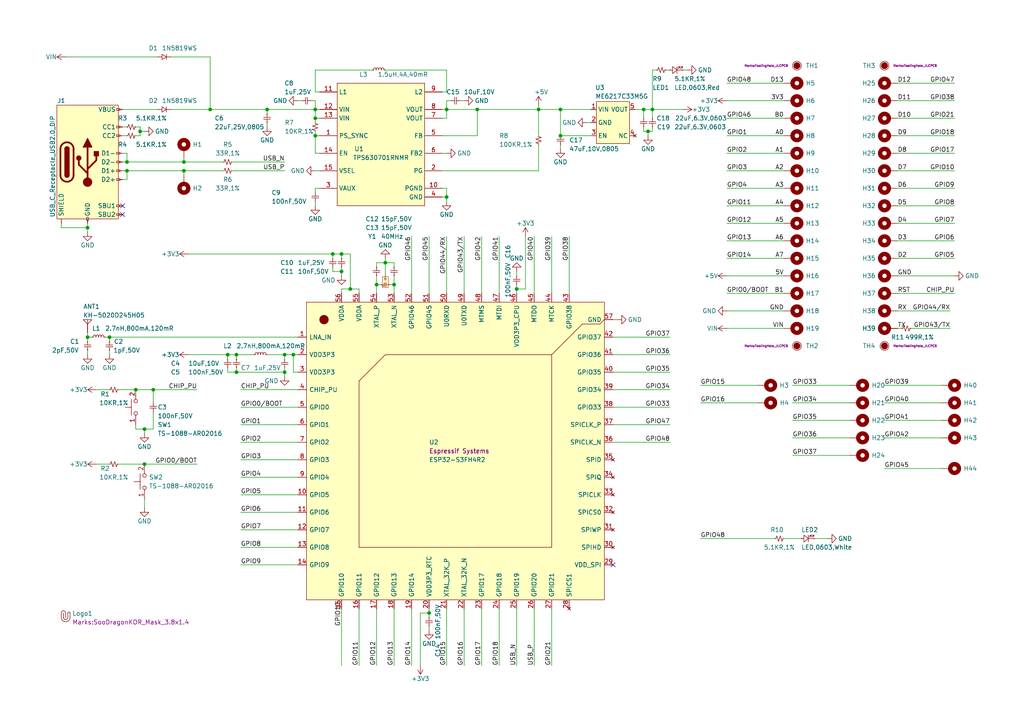
<source format=kicad_sch>
(kicad_sch (version 20250114) (generator "eeschema") (generator_version "9.0")
  (paper "A4")
  (title_block (rev "1") (company "Geekble") (comment 1 "2-Layer, 1-Oz, JLC PCB Fabrication") (comment 4 "SooDragon"))
  (junction (at 53.34 49.53))
  (junction (at 25.4 97.79))
  (junction (at 162.56 31.75))
  (junction (at 124.46 177.8))
  (junction (at 85.09 102.87))
  (junction (at 186.69 31.75))
  (junction (at 99.06 73.66))
  (junction (at 91.44 31.75))
  (junction (at 91.44 39.37))
  (junction (at 149.86 83.82))
  (junction (at 60.96 31.75))
  (junction (at 36.83 49.53))
  (junction (at 111.76 76.2))
  (junction (at 129.54 31.75))
  (junction (at 101.6 83.82))
  (junction (at 162.56 39.37))
  (junction (at 138.43 31.75))
  (junction (at 189.23 31.75))
  (junction (at 68.58 107.95))
  (junction (at 82.55 107.95))
  (junction (at 31.75 97.79))
  (junction (at 96.52 73.66))
  (junction (at 68.58 102.87))
  (junction (at 91.44 34.29))
  (junction (at 77.47 31.75))
  (junction (at 39.37 113.03))
  (junction (at 187.96 38.1))
  (junction (at 40.64 38.1))
  (junction (at 114.3 82.55))
  (junction (at 109.22 82.55))
  (junction (at 82.55 102.87))
  (junction (at 41.91 134.62))
  (junction (at 36.83 46.99))
  (junction (at 99.06 78.74))
  (junction (at 66.04 102.87))
  (junction (at 41.91 124.46))
  (junction (at 44.45 113.03))
  (junction (at 129.54 57.15))
  (junction (at 25.4 66.04))
  (junction (at 53.34 46.99))
  (junction (at 156.21 31.75))
  (no_connect (at 35.56 62.23))
  (no_connect (at 35.56 59.69))
  (no_connect (at 177.8 163.83))
  (wire (pts (xy 139.7 68.58) (xy 139.7 85.09)))
  (wire (pts (xy 99.06 73.66) (xy 96.52 73.66)))
  (wire (pts (xy 121.92 177.8) (xy 124.46 177.8)))
  (wire (pts (xy 25.4 101.6) (xy 25.4 102.87)))
  (wire (pts (xy 165.1 68.58) (xy 165.1 85.09)))
  (wire (pts (xy 66.04 106.68) (xy 66.04 107.95)))
  (wire (pts (xy 30.48 97.79) (xy 31.75 97.79)))
  (wire (pts (xy 152.4 83.82) (xy 149.86 83.82)))
  (wire (pts (xy 66.04 107.95) (xy 68.58 107.95)))
  (wire (pts (xy 91.44 39.37) (xy 91.44 44.45)))
  (wire (pts (xy 187.96 38.1) (xy 186.69 38.1)))
  (wire (pts (xy 104.14 193.04) (xy 104.14 176.53)))
  (wire (pts (xy 276.86 29.21) (xy 260.35 29.21)))
  (wire (pts (xy 119.38 68.58) (xy 119.38 85.09)))
  (wire (pts (xy 194.31 107.95) (xy 177.8 107.95)))
  (wire (pts (xy 25.4 66.04) (xy 17.78 66.04)))
  (wire (pts (xy 156.21 31.75) (xy 156.21 39.37)))
  (wire (pts (xy 162.56 39.37) (xy 171.45 39.37)))
  (wire (pts (xy 67.31 46.99) (xy 82.55 46.99)))
  (wire (pts (xy 129.54 193.04) (xy 129.54 176.53)))
  (wire (pts (xy 149.86 83.82) (xy 149.86 82.55)))
  (wire (pts (xy 124.46 177.8) (xy 124.46 179.07)))
  (wire (pts (xy 99.06 85.09) (xy 99.06 83.82)))
  (wire (pts (xy 25.4 64.77) (xy 25.4 66.04)))
  (wire (pts (xy 129.54 57.15) (xy 129.54 58.42)))
  (wire (pts (xy 189.23 34.29) (xy 189.23 31.75)))
  (wire (pts (xy 44.45 124.46) (xy 44.45 119.38)))
  (wire (pts (xy 67.31 49.53) (xy 82.55 49.53)))
  (wire (pts (xy 82.55 102.87) (xy 85.09 102.87)))
  (wire (pts (xy 227.33 85.09) (xy 210.82 85.09)))
  (wire (pts (xy 121.92 193.04) (xy 121.92 177.8)))
  (wire (pts (xy 53.34 49.53) (xy 64.77 49.53)))
  (wire (pts (xy 36.83 46.99) (xy 53.34 46.99)))
  (wire (pts (xy 114.3 193.04) (xy 114.3 176.53)))
  (wire (pts (xy 53.34 49.53) (xy 53.34 50.8)))
  (wire (pts (xy 109.22 82.55) (xy 109.22 85.09)))
  (wire (pts (xy 193.04 20.32) (xy 194.31 20.32)))
  (wire (pts (xy 227.33 39.37) (xy 210.82 39.37)))
  (wire (pts (xy 69.85 143.51) (xy 86.36 143.51)))
  (wire (pts (xy 109.22 76.2) (xy 109.22 77.47)))
  (wire (pts (xy 69.85 123.19) (xy 86.36 123.19)))
  (wire (pts (xy 130.81 29.21) (xy 129.54 29.21)))
  (wire (pts (xy 149.86 80.01) (xy 149.86 78.74)))
  (wire (pts (xy 210.82 64.77) (xy 227.33 64.77)))
  (wire (pts (xy 194.31 123.19) (xy 177.8 123.19)))
  (wire (pts (xy 54.61 102.87) (xy 66.04 102.87)))
  (wire (pts (xy 25.4 96.52) (xy 25.4 97.79)))
  (wire (pts (xy 39.37 39.37) (xy 40.64 39.37)))
  (wire (pts (xy 194.31 97.79) (xy 177.8 97.79)))
  (wire (pts (xy 82.55 106.68) (xy 82.55 107.95)))
  (wire (pts (xy 60.96 16.51) (xy 60.96 31.75)))
  (wire (pts (xy 260.35 34.29) (xy 276.86 34.29)))
  (wire (pts (xy 229.87 111.76) (xy 246.38 111.76)))
  (wire (pts (xy 35.56 44.45) (xy 36.83 44.45)))
  (wire (pts (xy 99.06 78.74) (xy 99.06 80.01)))
  (wire (pts (xy 114.3 77.47) (xy 114.3 76.2)))
  (wire (pts (xy 240.03 156.21) (xy 236.22 156.21)))
  (wire (pts (xy 91.44 31.75) (xy 92.71 31.75)))
  (wire (pts (xy 36.83 49.53) (xy 36.83 52.07)))
  (wire (pts (xy 138.43 31.75) (xy 156.21 31.75)))
  (wire (pts (xy 91.44 20.32) (xy 91.44 26.67)))
  (wire (pts (xy 124.46 181.61) (xy 124.46 182.88)))
  (wire (pts (xy 154.94 176.53) (xy 154.94 193.04)))
  (wire (pts (xy 91.44 34.29) (xy 92.71 34.29)))
  (wire (pts (xy 49.53 16.51) (xy 60.96 16.51)))
  (wire (pts (xy 77.47 31.75) (xy 91.44 31.75)))
  (wire (pts (xy 39.37 113.03) (xy 44.45 113.03)))
  (wire (pts (xy 77.47 102.87) (xy 82.55 102.87)))
  (wire (pts (xy 190.5 20.32) (xy 189.23 20.32)))
  (wire (pts (xy 40.64 38.1) (xy 40.64 36.83)))
  (wire (pts (xy 66.04 104.14) (xy 66.04 102.87)))
  (wire (pts (xy 25.4 97.79) (xy 25.4 99.06)))
  (wire (pts (xy 69.85 128.27) (xy 86.36 128.27)))
  (wire (pts (xy 114.3 82.55) (xy 114.3 85.09)))
  (wire (pts (xy 35.56 52.07) (xy 36.83 52.07)))
  (wire (pts (xy 128.27 57.15) (xy 129.54 57.15)))
  (wire (pts (xy 139.7 193.04) (xy 139.7 176.53)))
  (wire (pts (xy 189.23 31.75) (xy 198.12 31.75)))
  (wire (pts (xy 77.47 35.56) (xy 77.47 36.83)))
  (wire (pts (xy 162.56 31.75) (xy 171.45 31.75)))
  (wire (pts (xy 256.54 116.84) (xy 273.05 116.84)))
  (wire (pts (xy 186.69 31.75) (xy 186.69 34.29)))
  (wire (pts (xy 41.91 124.46) (xy 41.91 125.73)))
  (wire (pts (xy 85.09 107.95) (xy 85.09 102.87)))
  (wire (pts (xy 210.82 59.69) (xy 227.33 59.69)))
  (wire (pts (xy 276.86 44.45) (xy 260.35 44.45)))
  (wire (pts (xy 60.96 31.75) (xy 77.47 31.75)))
  (wire (pts (xy 90.17 29.21) (xy 91.44 29.21)))
  (wire (pts (xy 34.29 134.62) (xy 41.91 134.62)))
  (wire (pts (xy 27.94 134.62) (xy 31.75 134.62)))
  (wire (pts (xy 162.56 39.37) (xy 162.56 31.75)))
  (wire (pts (xy 54.61 73.66) (xy 96.52 73.66)))
  (wire (pts (xy 99.06 77.47) (xy 99.06 78.74)))
  (wire (pts (xy 227.33 44.45) (xy 210.82 44.45)))
  (wire (pts (xy 69.85 148.59) (xy 86.36 148.59)))
  (wire (pts (xy 128.27 44.45) (xy 129.54 44.45)))
  (wire (pts (xy 101.6 83.82) (xy 104.14 83.82)))
  (wire (pts (xy 96.52 77.47) (xy 96.52 78.74)))
  (wire (pts (xy 229.87 127) (xy 246.38 127)))
  (wire (pts (xy 109.22 80.01) (xy 109.22 82.55)))
  (wire (pts (xy 34.29 113.03) (xy 39.37 113.03)))
  (wire (pts (xy 39.37 124.46) (xy 41.91 124.46)))
  (wire (pts (xy 69.85 138.43) (xy 86.36 138.43)))
  (wire (pts (xy 184.15 31.75) (xy 186.69 31.75)))
  (wire (pts (xy 41.91 134.62) (xy 57.15 134.62)))
  (wire (pts (xy 114.3 76.2) (xy 111.76 76.2)))
  (wire (pts (xy 53.34 45.72) (xy 53.34 46.99)))
  (wire (pts (xy 49.53 31.75) (xy 60.96 31.75)))
  (wire (pts (xy 260.35 95.25) (xy 261.62 95.25)))
  (wire (pts (xy 114.3 80.01) (xy 114.3 82.55)))
  (wire (pts (xy 156.21 30.48) (xy 156.21 31.75)))
  (wire (pts (xy 27.94 113.03) (xy 31.75 113.03)))
  (wire (pts (xy 256.54 135.89) (xy 273.05 135.89)))
  (wire (pts (xy 104.14 83.82) (xy 104.14 85.09)))
  (wire (pts (xy 160.02 68.58) (xy 160.02 85.09)))
  (wire (pts (xy 194.31 113.03) (xy 177.8 113.03)))
  (wire (pts (xy 35.56 31.75) (xy 45.72 31.75)))
  (wire (pts (xy 276.86 39.37) (xy 260.35 39.37)))
  (wire (pts (xy 41.91 124.46) (xy 44.45 124.46)))
  (wire (pts (xy 44.45 113.03) (xy 44.45 116.84)))
  (wire (pts (xy 128.27 39.37) (xy 138.43 39.37)))
  (wire (pts (xy 99.06 73.66) (xy 101.6 73.66)))
  (wire (pts (xy 194.31 128.27) (xy 177.8 128.27)))
  (wire (pts (xy 69.85 163.83) (xy 86.36 163.83)))
  (wire (pts (xy 149.86 85.09) (xy 149.86 83.82)))
  (wire (pts (xy 91.44 26.67) (xy 92.71 26.67)))
  (wire (pts (xy 109.22 193.04) (xy 109.22 176.53)))
  (wire (pts (xy 99.06 193.04) (xy 99.06 176.53)))
  (wire (pts (xy 128.27 31.75) (xy 129.54 31.75)))
  (wire (pts (xy 99.06 83.82) (xy 101.6 83.82)))
  (wire (pts (xy 91.44 44.45) (xy 92.71 44.45)))
  (wire (pts (xy 227.33 80.01) (xy 210.82 80.01)))
  (wire (pts (xy 31.75 102.87) (xy 31.75 101.6)))
  (wire (pts (xy 35.56 49.53) (xy 36.83 49.53)))
  (wire (pts (xy 99.06 73.66) (xy 99.06 74.93)))
  (wire (pts (xy 35.56 36.83) (xy 36.83 36.83)))
  (wire (pts (xy 156.21 49.53) (xy 156.21 41.91)))
  (wire (pts (xy 227.33 54.61) (xy 210.82 54.61)))
  (wire (pts (xy 210.82 74.93) (xy 227.33 74.93)))
  (wire (pts (xy 91.44 39.37) (xy 92.71 39.37)))
  (wire (pts (xy 82.55 107.95) (xy 82.55 109.22)))
  (wire (pts (xy 96.52 78.74) (xy 99.06 78.74)))
  (wire (pts (xy 256.54 127) (xy 273.05 127)))
  (wire (pts (xy 86.36 29.21) (xy 87.63 29.21)))
  (wire (pts (xy 69.85 118.11) (xy 86.36 118.11)))
  (wire (pts (xy 91.44 38.1) (xy 91.44 39.37)))
  (wire (pts (xy 113.03 82.55) (xy 114.3 82.55)))
  (wire (pts (xy 31.75 97.79) (xy 86.36 97.79)))
  (wire (pts (xy 96.52 73.66) (xy 96.52 74.93)))
  (wire (pts (xy 91.44 34.29) (xy 91.44 35.56)))
  (wire (pts (xy 138.43 31.75) (xy 138.43 39.37)))
  (wire (pts (xy 232.41 156.21) (xy 227.33 156.21)))
  (wire (pts (xy 203.2 156.21) (xy 224.79 156.21)))
  (wire (pts (xy 210.82 69.85) (xy 227.33 69.85)))
  (wire (pts (xy 276.86 74.93) (xy 260.35 74.93)))
  (wire (pts (xy 276.86 54.61) (xy 260.35 54.61)))
  (wire (pts (xy 91.44 55.88) (xy 91.44 54.61)))
  (wire (pts (xy 69.85 133.35) (xy 86.36 133.35)))
  (wire (pts (xy 256.54 121.92) (xy 273.05 121.92)))
  (wire (pts (xy 210.82 24.13) (xy 227.33 24.13)))
  (wire (pts (xy 110.49 82.55) (xy 109.22 82.55)))
  (wire (pts (xy 129.54 20.32) (xy 129.54 26.67)))
  (wire (pts (xy 149.86 176.53) (xy 149.86 193.04)))
  (wire (pts (xy 124.46 68.58) (xy 124.46 85.09)))
  (wire (pts (xy 194.31 102.87) (xy 177.8 102.87)))
  (wire (pts (xy 156.21 31.75) (xy 162.56 31.75)))
  (wire (pts (xy 119.38 193.04) (xy 119.38 176.53)))
  (wire (pts (xy 91.44 49.53) (xy 92.71 49.53)))
  (wire (pts (xy 91.44 29.21) (xy 91.44 31.75)))
  (wire (pts (xy 134.62 68.58) (xy 134.62 85.09)))
  (wire (pts (xy 203.2 116.84) (xy 219.71 116.84)))
  (wire (pts (xy 229.87 121.92) (xy 246.38 121.92)))
  (wire (pts (xy 276.86 59.69) (xy 260.35 59.69)))
  (wire (pts (xy 35.56 46.99) (xy 36.83 46.99)))
  (wire (pts (xy 111.76 20.32) (xy 129.54 20.32)))
  (wire (pts (xy 129.54 29.21) (xy 129.54 31.75)))
  (wire (pts (xy 256.54 111.76) (xy 273.05 111.76)))
  (wire (pts (xy 68.58 106.68) (xy 68.58 107.95)))
  (wire (pts (xy 91.44 34.29) (xy 91.44 31.75)))
  (wire (pts (xy 144.78 68.58) (xy 144.78 85.09)))
  (wire (pts (xy 133.35 29.21) (xy 134.62 29.21)))
  (wire (pts (xy 128.27 54.61) (xy 129.54 54.61)))
  (wire (pts (xy 144.78 193.04) (xy 144.78 176.53)))
  (wire (pts (xy 69.85 153.67) (xy 86.36 153.67)))
  (wire (pts (xy 91.44 54.61) (xy 92.71 54.61)))
  (wire (pts (xy 68.58 102.87) (xy 68.58 104.14)))
  (wire (pts (xy 107.95 20.32) (xy 91.44 20.32)))
  (wire (pts (xy 227.33 90.17) (xy 210.82 90.17)))
  (wire (pts (xy 36.83 49.53) (xy 53.34 49.53)))
  (wire (pts (xy 19.05 16.51) (xy 45.72 16.51)))
  (wire (pts (xy 264.16 95.25) (xy 275.59 95.25)))
  (wire (pts (xy 129.54 68.58) (xy 129.54 85.09)))
  (wire (pts (xy 260.35 85.09) (xy 276.86 85.09)))
  (wire (pts (xy 129.54 54.61) (xy 129.54 57.15)))
  (wire (pts (xy 68.58 102.87) (xy 73.66 102.87)))
  (wire (pts (xy 276.86 64.77) (xy 260.35 64.77)))
  (wire (pts (xy 25.4 66.04) (xy 25.4 67.31)))
  (wire (pts (xy 186.69 38.1) (xy 186.69 36.83)))
  (wire (pts (xy 276.86 69.85) (xy 260.35 69.85)))
  (wire (pts (xy 198.12 20.32) (xy 199.39 20.32)))
  (wire (pts (xy 69.85 158.75) (xy 86.36 158.75)))
  (wire (pts (xy 17.78 66.04) (xy 17.78 64.77)))
  (wire (pts (xy 40.64 39.37) (xy 40.64 38.1)))
  (wire (pts (xy 187.96 39.37) (xy 187.96 38.1)))
  (wire (pts (xy 25.4 97.79) (xy 26.67 97.79)))
  (wire (pts (xy 189.23 20.32) (xy 189.23 31.75)))
  (wire (pts (xy 275.59 90.17) (xy 260.35 90.17)))
  (wire (pts (xy 170.18 35.56) (xy 171.45 35.56)))
  (wire (pts (xy 111.76 76.2) (xy 109.22 76.2)))
  (wire (pts (xy 128.27 34.29) (xy 129.54 34.29)))
  (wire (pts (xy 66.04 102.87) (xy 68.58 102.87)))
  (wire (pts (xy 39.37 36.83) (xy 40.64 36.83)))
  (wire (pts (xy 129.54 31.75) (xy 129.54 34.29)))
  (wire (pts (xy 82.55 102.87) (xy 82.55 104.14)))
  (wire (pts (xy 129.54 31.75) (xy 138.43 31.75)))
  (wire (pts (xy 229.87 116.84) (xy 246.38 116.84)))
  (wire (pts (xy 260.35 80.01) (xy 276.86 80.01)))
  (wire (pts (xy 128.27 49.53) (xy 156.21 49.53)))
  (wire (pts (xy 69.85 113.03) (xy 86.36 113.03)))
  (wire (pts (xy 187.96 38.1) (xy 189.23 38.1)))
  (wire (pts (xy 86.36 107.95) (xy 85.09 107.95)))
  (wire (pts (xy 44.45 113.03) (xy 57.15 113.03)))
  (wire (pts (xy 229.87 132.08) (xy 246.38 132.08)))
  (wire (pts (xy 124.46 176.53) (xy 124.46 177.8)))
  (wire (pts (xy 134.62 193.04) (xy 134.62 176.53)))
  (wire (pts (xy 53.34 46.99) (xy 64.77 46.99)))
  (wire (pts (xy 39.37 123.19) (xy 39.37 124.46)))
  (wire (pts (xy 31.75 97.79) (xy 31.75 99.06)))
  (wire (pts (xy 35.56 39.37) (xy 36.83 39.37)))
  (wire (pts (xy 91.44 58.42) (xy 91.44 59.69)))
  (wire (pts (xy 227.33 49.53) (xy 210.82 49.53)))
  (wire (pts (xy 77.47 31.75) (xy 77.47 33.02)))
  (wire (pts (xy 194.31 118.11) (xy 177.8 118.11)))
  (wire (pts (xy 210.82 95.25) (xy 227.33 95.25)))
  (wire (pts (xy 85.09 102.87) (xy 86.36 102.87)))
  (wire (pts (xy 152.4 68.58) (xy 152.4 83.82)))
  (wire (pts (xy 177.8 92.71) (xy 179.07 92.71)))
  (wire (pts (xy 36.83 44.45) (xy 36.83 46.99)))
  (wire (pts (xy 227.33 34.29) (xy 210.82 34.29)))
  (wire (pts (xy 203.2 111.76) (xy 219.71 111.76)))
  (wire (pts (xy 189.23 38.1) (xy 189.23 36.83)))
  (wire (pts (xy 111.76 76.2) (xy 111.76 80.01)))
  (wire (pts (xy 160.02 176.53) (xy 160.02 193.04)))
  (wire (pts (xy 186.69 31.75) (xy 189.23 31.75)))
  (wire (pts (xy 276.86 49.53) (xy 260.35 49.53)))
  (wire (pts (xy 276.86 24.13) (xy 260.35 24.13)))
  (wire (pts (xy 40.64 38.1) (xy 41.91 38.1)))
  (wire (pts (xy 111.76 74.93) (xy 111.76 76.2)))
  (wire (pts (xy 41.91 144.78) (xy 41.91 147.32)))
  (wire (pts (xy 129.54 26.67) (xy 128.27 26.67)))
  (wire (pts (xy 101.6 73.66) (xy 101.6 83.82)))
  (wire (pts (xy 68.58 107.95) (xy 82.55 107.95)))
  (wire (pts (xy 162.56 43.18) (xy 162.56 41.91)))
  (wire (pts (xy 154.94 68.58) (xy 154.94 85.09)))
  (wire (pts (xy 227.33 29.21) (xy 210.82 29.21)))
  (label "GPIO18" (at 276.86 39.37 180))
  (label "GND" (at 227.33 90.17 180))
  (label "GPIO14" (at 119.38 193.04 90))
  (label "A5" (at 227.33 64.77 180))
  (label "GPIO1" (at 69.85 123.19 0))
  (label "GPIO4" (at 69.85 138.43 0))
  (label "GPIO15" (at 203.2 111.76 0))
  (label "D11" (at 260.35 29.21 0))
  (label "GPIO45" (at 256.54 135.89 0))
  (label "GPIO37" (at 194.31 97.79 180))
  (label "GPIO39" (at 256.54 111.76 0))
  (label "A3" (at 227.33 54.61 180))
  (label "GPIO48" (at 203.2 156.21 0))
  (label "GPIO38" (at 276.86 29.21 180))
  (label "GPIO40" (at 256.54 116.84 0))
  (label "GPIO12" (at 210.82 64.77 0))
  (label "GPIO34" (at 194.31 113.03 180))
  (label "D13" (at 227.33 24.13 180))
  (label "GPIO0{slash}BOOT" (at 210.82 85.09 0))
  (label "GPIO21" (at 160.02 193.04 90))
  (label "D10" (at 260.35 34.29 0))
  (label "D5" (at 260.35 59.69 0))
  (label "GPIO36" (at 194.31 102.87 180))
  (label "GPIO46" (at 119.38 68.58 270))
  (label "GPIO5" (at 276.86 74.93 180))
  (label "GPIO47" (at 276.86 24.13 180))
  (label "GPIO44{slash}RX" (at 275.59 90.17 180))
  (label "GPIO14" (at 210.82 74.93 0))
  (label "GPIO39" (at 160.02 68.58 270))
  (label "GND" (at 260.35 80.01 0))
  (label "B0" (at 227.33 34.29 180))
  (label "GPIO44{slash}RX" (at 129.54 68.58 270))
  (label "GPIO35" (at 229.87 121.92 0))
  (label "GPIO13" (at 114.3 193.04 90))
  (label "GPIO2" (at 210.82 44.45 0))
  (label "GPIO2" (at 69.85 128.27 0))
  (label "GPIO16" (at 203.2 116.84 0))
  (label "USB_N" (at 149.86 193.04 90))
  (label "GPIO41" (at 256.54 121.92 0))
  (label "D8" (at 260.35 44.45 0))
  (label "A7" (at 227.33 74.93 180))
  (label "GPIO33" (at 229.87 111.76 0))
  (label "TX" (at 260.35 95.25 0))
  (label "GPIO0{slash}BOOT" (at 69.85 118.11 0))
  (label "GPIO15" (at 129.54 193.04 90))
  (label "A4" (at 227.33 59.69 180))
  (label "A2" (at 227.33 49.53 180))
  (label "GPIO41" (at 144.78 68.58 270))
  (label "GPIO37" (at 229.87 132.08 0))
  (label "GPIO3" (at 69.85 133.35 0))
  (label "CHIP_PU" (at 69.85 113.03 0))
  (label "A6" (at 227.33 69.85 180))
  (label "5V" (at 227.33 80.01 180))
  (label "GPIO13" (at 210.82 69.85 0))
  (label "GPIO8" (at 69.85 158.75 0))
  (label "GPIO11" (at 210.82 59.69 0))
  (label "GPIO6" (at 69.85 148.59 0))
  (label "GPIO5" (at 69.85 143.51 0))
  (label "GPIO43{slash}TX" (at 275.59 95.25 180))
  (label "USB_P" (at 82.55 49.53 180))
  (label "GPIO3" (at 210.82 49.53 0))
  (label "GPIO10" (at 276.86 49.53 180))
  (label "GPIO12" (at 109.22 193.04 90))
  (label "CHIP_PU" (at 276.86 85.09 180))
  (label "D4" (at 260.35 64.77 0))
  (label "GPIO18" (at 144.78 193.04 90))
  (label "RST" (at 260.35 85.09 0))
  (label "GPIO33" (at 194.31 118.11 180))
  (label "GPIO35" (at 194.31 107.95 180))
  (label "GPIO36" (at 229.87 127 0))
  (label "GPIO38" (at 165.1 68.58 270))
  (label "GPIO40" (at 154.94 68.58 270))
  (label "USB_P" (at 154.94 193.04 90))
  (label "GPIO7" (at 69.85 153.67 0))
  (label "VIN" (at 227.33 95.25 180))
  (label "GPIO45" (at 124.46 68.58 270))
  (label "GPIO1" (at 210.82 39.37 0))
  (label "GPIO17" (at 139.7 193.04 90))
  (label "GPIO48" (at 210.82 24.13 0))
  (label "GPIO21" (at 276.86 34.29 180))
  (label "GPIO43{slash}TX" (at 134.62 68.58 270))
  (label "USB_N" (at 82.55 46.99 180))
  (label "GPIO48" (at 194.31 128.27 180))
  (label "RX" (at 260.35 90.17 0))
  (label "D2" (at 260.35 74.93 0))
  (label "D12" (at 260.35 24.13 0))
  (label "GPIO6" (at 276.86 69.85 180))
  (label "GPIO47" (at 194.31 123.19 180))
  (label "D3" (at 260.35 69.85 0))
  (label "GPIO42" (at 139.7 68.58 270))
  (label "A1" (at 227.33 44.45 180))
  (label "GPIO42" (at 256.54 127 0))
  (label "D9" (at 260.35 39.37 0))
  (label "B1" (at 227.33 85.09 180))
  (label "GPIO7" (at 276.86 64.77 180))
  (label "D7" (at 260.35 49.53 0))
  (label "GPIO10" (at 99.06 181.61 90))
  (label "CHIP_PU" (at 57.15 113.03 180))
  (label "GPIO4" (at 210.82 54.61 0))
  (label "GPIO0{slash}BOOT" (at 57.15 134.62 180))
  (label "3V3" (at 227.33 29.21 180))
  (label "GPIO11" (at 104.14 193.04 90))
  (label "GPIO46" (at 210.82 34.29 0))
  (label "GPIO8" (at 276.86 59.69 180))
  (label "GPIO34" (at 229.87 116.84 0))
  (label "GPIO17" (at 276.86 44.45 180))
  (label "A0" (at 227.33 39.37 180))
  (label "D6" (at 260.35 54.61 0))
  (label "GPIO16" (at 134.62 193.04 90))
  (label "GPIO9" (at 276.86 54.61 180))
  (label "GPIO9" (at 69.85 163.83 0))
  (symbol (lib_id "Resistors:5.1KR,1%") (at 38.1 36.83 0) (unit 1)
    (property "Reference" "R3" (at 35.56 34.29 0))
    (property "Value" "5.1KR,1%" (at 39.37 34.29 0) (effects (justify left)))
    (property "Footprint" "Resistors:R_0402" (effects (hide yes)))
    (property "Datasheet" "https://datasheet.lcsc.com/szlcsc/Uniroyal-Elec-0402WGF5101TCE_C25905.pdf" (effects (hide yes)))
    (property "LCSC" "C25905" (effects (hide yes)))
    (property "Manufacturer Part Number" "0402WGF5101TCE" (effects (hide yes)))
    (property "Manufacturer" "Uniroyal Elec" (effects (hide yes)))
    (property "Library Type" "Basic" (effects (hide yes)))
  )
  (symbol (lib_id "Power_Management_ICs:TPS630701RNMR") (at 110.49 44.45 0) (unit 1)
    (property "Reference" "U1" (at 104.14 43.18 0))
    (property "Value" "TPS630701RNMR" (at 110.49 45.72 0))
    (property "Footprint" "Power_Management_ICs:RNM0015A" (effects (hide yes)))
    (property "Datasheet" "https://www.lcsc.com/datasheet/lcsc_datasheet_2303010030_Texas-Instruments-TPS630701RNMR_C2876599.pdf" (effects (hide yes)))
    (property "Description" "2-V to 16-V Buck-Boost Converter With 3.6-A Switch Current" (effects (hide yes)))
    (property "LCSC" "C2876599" (effects (hide yes)))
    (property "Manufacturer Part Number" "TPS630701RNMR" (effects (hide yes)))
    (property "Manufacturer" "Texas Instruments" (effects (hide yes)))
    (property "Library Type" "Extended" (effects (hide yes)))
  )
  (symbol (lib_id "power:GND") (at 134.62 29.21 90) (unit 1)
    (property "Reference" "#PWR023" (effects (hide yes)))
    (property "Value" "GND" (at 139.7 29.21 90))
  )
  (symbol (lib_id "Inductors_Chokes_Transformers:1.5uH,4A,40mR") (at 110.49 20.32 0) (unit 1)
    (property "Reference" "L3" (at 105.41 21.59 0))
    (property "Value" "1.5uH,4A,40mR" (at 116.84 21.59 0))
    (property "Footprint" "Inductors_Chokes_Transformers:FTC201612S" (effects (hide yes)))
    (property "Datasheet" "https://datasheet.lcsc.com/lcsc/2304140030_TDK-MLK1005S2N7ST000_C76791.pdf" (effects (hide yes)))
    (property "Description" "4A 1.5uH Integrated molded inductor ±20% 4A SMD,1.6x2mm  Power Inductors ROHS" (effects (hide yes)))
    (property "LCSC" "C5832350" (effects (hide yes)))
    (property "Manufacturer Part Number" "FTC201612S1R5MBCA" (effects (hide yes)))
    (property "Manufacturer" "cjiang (Changjiang Microelectronics Tech)" (effects (hide yes)))
    (property "Library Type" "Extended" (effects (hide yes)))
  )
  (symbol (lib_id "power:GND") (at 129.54 58.42 0) (unit 1)
    (property "Reference" "#PWR022" (effects (hide yes)))
    (property "Value" "GND" (at 129.54 62.23 0))
  )
  (symbol (lib_id "power:GND") (at 82.55 109.22 0) (unit 1)
    (property "Reference" "#PWR013" (effects (hide yes)))
    (property "Value" "GND" (at 78.74 110.49 0))
  )
  (symbol (lib_id "Resistors:5.1KR,1%") (at 38.1 39.37 0) (unit 1)
    (property "Reference" "R4" (at 35.56 41.91 0))
    (property "Value" "5.1KR,1%" (at 39.37 41.91 0) (effects (justify left)))
    (property "Footprint" "Resistors:R_0402" (effects (hide yes)))
    (property "Datasheet" "https://datasheet.lcsc.com/szlcsc/Uniroyal-Elec-0402WGF5101TCE_C25905.pdf" (effects (hide yes)))
    (property "LCSC" "C25905" (effects (hide yes)))
    (property "Manufacturer Part Number" "0402WGF5101TCE" (effects (hide yes)))
    (property "Manufacturer" "Uniroyal Elec" (effects (hide yes)))
    (property "Library Type" "Basic" (effects (hide yes)))
  )
  (symbol (lib_id "power:GND") (at 162.56 43.18 0) (unit 1)
    (property "Reference" "#PWR027" (effects (hide yes)))
    (property "Value" "GND" (at 162.56 46.99 0))
  )
  (symbol (lib_id "Pushbutton_Switches_Relays:TS-1088-AR02016") (at 44.45 139.7 90) (unit 1)
    (property "Reference" "SW2" (at 43.18 138.43 90) (effects (justify right)))
    (property "Value" "TS-1088-AR02016" (at 43.18 140.97 90) (effects (justify right)))
    (property "Footprint" "Pushbutton_Switches_Relays:TS-1088-AR020" (effects (hide yes)))
    (property "Datasheet" "https://datasheet.lcsc.com/lcsc/2304140030_XUNPU-TS-1088-AR02016_C720477.pdf" (effects (hide yes)))
    (property "Manufacturer" "XUNPU" (effects (hide yes)))
    (property "Manufacturer Part Number" "TS-1088-AR02016" (effects (hide yes)))
    (property "LCSC" "C720477" (effects (hide yes)))
    (property "Library Type" "Extended" (effects (hide yes)))
  )
  (symbol (lib_id "power:GND") (at 86.36 29.21 270) (unit 1)
    (property "Reference" "#PWR014" (effects (hide yes)))
    (property "Value" "GND" (at 81.28 29.21 90))
  )
  (symbol (lib_id "power:+3V3") (at 198.12 31.75 270) (unit 1)
    (property "Reference" "#PWR031" (effects (hide yes)))
    (property "Value" "+3V3" (at 200.66 31.75 90) (effects (justify left)))
  )
  (symbol (lib_id "Marks:MountingHole_Pad") (at 248.92 121.92 270) (unit 1)
    (property "Reference" "H22" (at 252.7876 121.9199 90) (effects (justify left)))
    (property "Value" "MountingHole_Pad" (effects (hide yes)))
    (property "Footprint" "Connectors:1x1_1.0piPad_SMD" (effects (hide yes)))
  )
  (symbol (lib_id "Capacitors:22uF,6.3V,0603") (at 186.69 35.56 90) (unit 1)
    (property "Reference" "C18" (at 194.31 34.29 90) (effects (justify left)))
    (property "Value" "22uF,6.3V,0603" (at 210.82 34.29 90) (effects (justify left)))
    (property "Footprint" "Capacitors:C_0603" (effects (hide yes)))
    (property "Datasheet" "https://jlcpcb.com/api/file/downloadByFileSystemAccessId/8555544417670705152" (effects (hide yes)))
    (property "Description" "6.3V 22uF X5R ±20% 0603 Multilayer Ceramic Capacitors MLCC - SMD/SMT ROHS" (effects (hide yes)))
    (property "LCSC" "C59461" (effects (hide yes)))
    (property "Manufacturer Part Number" "CL10A226MQ8NRNC" (effects (hide yes)))
    (property "Manufacturer" "Samsung Electro-Mechanics" (effects (hide yes)))
    (property "Library Type" "Basic" (effects (hide yes)))
  )
  (symbol (lib_id "Marks:MountingHole_Pad") (at 257.81 29.21 90) (unit 1)
    (property "Reference" "H26" (at 254 29.21 90) (effects (justify left)))
    (property "Value" "MountingHole_Pad" (effects (hide yes)))
    (property "Footprint" "Connectors:1x1_P2.54_CastellatedPad" (effects (hide yes)))
  )
  (symbol (lib_name "5.1KR,1%_1") (lib_id "Resistors:5.1KR,1%") (at 226.06 156.21 180) (unit 1)
    (property "Reference" "R10" (at 227.33 153.67 0) (effects (justify left)))
    (property "Value" "5.1KR,1%" (at 226.06 158.75 0))
    (property "Footprint" "Resistors:R_0402" (effects (hide yes)))
    (property "Datasheet" "https://datasheet.lcsc.com/szlcsc/Uniroyal-Elec-0402WGF5101TCE_C25905.pdf" (effects (hide yes)))
    (property "LCSC" "C25905" (effects (hide yes)))
    (property "Manufacturer Part Number" "0402WGF5101TCE" (effects (hide yes)))
    (property "Manufacturer" "Uniroyal Elec" (effects (hide yes)))
    (property "Library Type" "Basic" (effects (hide yes)))
  )
  (symbol (lib_id "Pushbutton_Switches_Relays:TS-1088-AR02016") (at 41.91 118.11 90) (unit 1)
    (property "Reference" "SW1" (at 45.72 123.19 90) (effects (justify right)))
    (property "Value" "TS-1088-AR02016" (at 45.72 125.73 90) (effects (justify right)))
    (property "Footprint" "Pushbutton_Switches_Relays:TS-1088-AR020" (effects (hide yes)))
    (property "Datasheet" "https://datasheet.lcsc.com/lcsc/2304140030_XUNPU-TS-1088-AR02016_C720477.pdf" (effects (hide yes)))
    (property "Manufacturer" "XUNPU" (effects (hide yes)))
    (property "Manufacturer Part Number" "TS-1088-AR02016" (effects (hide yes)))
    (property "LCSC" "C720477" (effects (hide yes)))
    (property "Library Type" "Extended" (effects (hide yes)))
  )
  (symbol (lib_id "Capacitors:22uF,6.3V,0603") (at 189.23 35.56 90) (unit 1)
    (property "Reference" "C19" (at 190.5 36.83 90) (effects (justify right)))
    (property "Value" "22uF,6.3V,0603" (at 195.58 36.83 90) (effects (justify right)))
    (property "Footprint" "Capacitors:C_0603" (effects (hide yes)))
    (property "Datasheet" "https://jlcpcb.com/api/file/downloadByFileSystemAccessId/8555544417670705152" (effects (hide yes)))
    (property "Description" "6.3V 22uF X5R ±20% 0603 Multilayer Ceramic Capacitors MLCC - SMD/SMT ROHS" (effects (hide yes)))
    (property "LCSC" "C59461" (effects (hide yes)))
    (property "Manufacturer Part Number" "CL10A226MQ8NRNC" (effects (hide yes)))
    (property "Manufacturer" "Samsung Electro-Mechanics" (effects (hide yes)))
    (property "Library Type" "Basic" (effects (hide yes)))
  )
  (symbol (lib_id "power:GND") (at 199.39 20.32 90) (unit 1)
    (property "Reference" "#PWR032" (effects (hide yes)))
    (property "Value" "GND" (at 204.47 20.32 90))
  )
  (symbol (lib_id "Marks:MountingHole_Pad") (at 275.59 135.89 270) (unit 1)
    (property "Reference" "H44" (at 279.4576 135.8899 90) (effects (justify left)))
    (property "Value" "MountingHole_Pad" (effects (hide yes)))
    (property "Footprint" "Connectors:1x1_1.0piPad_SMD" (effects (hide yes)))
  )
  (symbol (lib_id "power:GND") (at 129.54 44.45 90) (unit 1)
    (property "Reference" "#PWR021" (effects (hide yes)))
    (property "Value" "GND" (at 134.62 44.45 90))
  )
  (symbol (lib_id "Marks:MountingHole_Pad") (at 229.87 69.85 270) (mirror x) (unit 1)
    (property "Reference" "H14" (at 233.68 69.85 90) (effects (justify left)))
    (property "Value" "MountingHole_Pad" (effects (hide yes)))
    (property "Footprint" "Connectors:1x1_P2.54_CastellatedPad" (effects (hide yes)))
  )
  (symbol (lib_id "Marks:ToolingHole") (at 256.54 100.33 0) (unit 1)
    (property "Reference" "TH4" (at 250.19 100.33 0) (effects (justify left)))
    (property "Value" "ToolingHole" (effects (hide yes)))
    (property "Footprint" "Marks:ToolingHole_JLCPCB" (at 259.08 100.33 0) (effects (font (size 0.635 0.635)) (justify left)))
  )
  (symbol (lib_id "Marks:MountingHole_Pad") (at 257.81 85.09 90) (mirror x) (unit 1)
    (property "Reference" "H37" (at 254 85.09 90) (effects (justify left)))
    (property "Value" "MountingHole_Pad" (effects (hide yes)))
    (property "Footprint" "Connectors:1x1_P2.54_CastellatedPad" (effects (hide yes)))
  )
  (symbol (lib_id "Power_Management_ICs:ME6217C33M5G") (at 177.8 35.56 0) (unit 1)
    (property "Reference" "U3" (at 173.99 25.4 0))
    (property "Value" "ME6217C33M5G" (at 180.34 27.94 0))
    (property "Footprint" "Power_Management_ICs:SOT-23-5" (effects (hide yes)))
    (property "Datasheet" "https://www.lcsc.com/datasheet/lcsc_datasheet_1912111437_MICRONE-Nanjing-Micro-One-Elec-ME6217C33M5G_C427602.pdf" (effects (hide yes)))
    (property "Description" "65dB@(1kHz) 800mA Fixed 3.3V Positive electrode 7V SOT-23-5 Voltage Regulators - Linear, Low Drop Out (LDO) Regulators ROHS" (effects (hide yes)))
    (property "LCSC" "C427602" (effects (hide yes)))
    (property "Manufacturer Part Number" "ME6217C33M5G" (effects (hide yes)))
    (property "Manufacturer" "MICRONE(Nanjing Micro One Elec)" (effects (hide yes)))
    (property "Library Type" "Extended" (effects (hide yes)))
  )
  (symbol (lib_id "Connectors:USB_C_Receptacle_USB2.0_DIP") (at 25.4 46.99 0) (unit 1)
    (property "Reference" "J1" (at 17.78 29.21 0))
    (property "Value" "USB_C_Receptacle_USB2.0_DIP" (at 15.24 48.26 90))
    (property "Footprint" "Connectors:USB_DIP,8.94x7.3mm" (effects (hide yes)))
    (property "Datasheet" "https://datasheet.lcsc.com/szlcsc/1811131825_Korean-Hroparts-Elec-TYPE-C-31-M-12_C165948.pdf" (effects (hide yes)))
    (property "LCSC" "C165948" (effects (hide yes)))
    (property "Manufacturer Part Number" "TYPE-C-31-M-12" (effects (hide yes)))
    (property "Manufacturer" "Korean Hroparts Elec" (effects (hide yes)))
    (property "Library Type" "Extended" (effects (hide yes)))
  )
  (symbol (lib_id "Capacitors:1uF,25V") (at 82.55 105.41 90) (unit 1)
    (property "Reference" "C7" (at 69.85 106.68 90) (effects (justify right)))
    (property "Value" "1uF,25V" (at 73.66 106.68 90) (effects (justify right)))
    (property "Footprint" "Capacitors:C_0402" (effects (hide yes)))
    (property "Datasheet" "https://datasheet.lcsc.com/lcsc/1811091611_Samsung-Electro-Mechanics-CL05A105KA5NQNC_C52923.pdf" (effects (hide yes)))
    (property "LCSC" "C52923" (effects (hide yes)))
    (property "Manufacturer Part Number" "CL05A105KA5NQNC" (effects (hide yes)))
    (property "Manufacturer" "Samsung Electro-Mechanics" (effects (hide yes)))
    (property "Library Type" "Basic" (effects (hide yes)))
  )
  (symbol (lib_id "power:+3V3") (at 27.94 134.62 90) (unit 1)
    (property "Reference" "#PWR05" (effects (hide yes)))
    (property "Value" "+3V3" (at 25.4 134.62 90) (effects (justify left)))
  )
  (symbol (lib_id "power:GND") (at 25.4 102.87 0) (unit 1)
    (property "Reference" "#PWR03" (effects (hide yes)))
    (property "Value" "GND" (at 25.4 106.68 0))
  )
  (symbol (lib_id "Capacitors:10nF,50V") (at 99.06 76.2 90) (unit 1)
    (property "Reference" "C11" (at 81.28 78.74 90) (effects (justify right)))
    (property "Value" "10nF,50V" (at 86.36 78.74 90) (effects (justify right)))
    (property "Footprint" "Capacitors:C_0402" (effects (hide yes)))
    (property "Datasheet" "https://datasheet.lcsc.com/lcsc/1810191223_Samsung-Electro-Mechanics-CL05B103KB5NNNC_C15195.pdf" (effects (hide yes)))
    (property "LCSC" "C15195" (effects (hide yes)))
    (property "Manufacturer Part Number" "CL05B103KB5NNNC" (effects (hide yes)))
    (property "Manufacturer" "Samsung Electro-Mechanics" (effects (hide yes)))
    (property "Library Type" "Basic" (effects (hide yes)))
  )
  (symbol (lib_id "Diodes:LED,0603,Red") (at 196.85 20.32 180) (unit 1)
    (property "Reference" "LED1" (at 189.23 25.4 0) (effects (justify right)))
    (property "Value" "LED,0603,Red" (at 195.58 25.4 0) (effects (justify right)))
    (property "Footprint" "Diodes:LED_0603_Red" (effects (hide yes)))
    (property "Datasheet" "Hubei-KENTO-Elec-KT-0603R_C2286.pdf" (effects (hide yes)))
    (property "LCSC" "C2286" (effects (hide yes)))
    (property "Manufacturer Part Number" "KT-0603R" (effects (hide yes)))
    (property "Manufacturer" "Hubei KENTO Elec" (effects (hide yes)))
    (property "Library Type" "Basic" (effects (hide yes)))
  )
  (symbol (lib_id "Marks:MountingHole_Pad") (at 229.87 54.61 270) (mirror x) (unit 1)
    (property "Reference" "H11" (at 233.68 54.61 90) (effects (justify left)))
    (property "Value" "MountingHole_Pad" (effects (hide yes)))
    (property "Footprint" "Connectors:1x1_P2.54_CastellatedPad" (effects (hide yes)))
  )
  (symbol (lib_id "Capacitors:100nF,50V") (at 124.46 180.34 270) (mirror x) (unit 1)
    (property "Reference" "C14" (at 127 186.69 0) (effects (justify right)))
    (property "Value" "100nF,50V" (at 127 175.26 0) (effects (justify right)))
    (property "Footprint" "Capacitors:C_0402" (effects (hide yes)))
    (property "Datasheet" "https://datasheet.lcsc.com/lcsc/1810191222_Samsung-Electro-Mechanics-CL05B104KB54PNC_C307331.pdf" (effects (hide yes)))
    (property "LCSC" "C307331" (effects (hide yes)))
    (property "Manufacturer Part Number" "CL05B104KB54PNC" (effects (hide yes)))
    (property "Manufacturer" "Samsung Electro-Mechanics" (effects (hide yes)))
    (property "Library Type" "Basic" (effects (hide yes)))
  )
  (symbol (lib_id "Capacitors:1uF,25V") (at 96.52 76.2 90) (unit 1)
    (property "Reference" "C10" (at 81.28 76.2 90) (effects (justify right)))
    (property "Value" "1uF,25V" (at 86.36 76.2 90) (effects (justify right)))
    (property "Footprint" "Capacitors:C_0402" (effects (hide yes)))
    (property "Datasheet" "https://datasheet.lcsc.com/lcsc/1811091611_Samsung-Electro-Mechanics-CL05A105KA5NQNC_C52923.pdf" (effects (hide yes)))
    (property "LCSC" "C52923" (effects (hide yes)))
    (property "Manufacturer Part Number" "CL05A105KA5NQNC" (effects (hide yes)))
    (property "Manufacturer" "Samsung Electro-Mechanics" (effects (hide yes)))
    (property "Library Type" "Basic" (effects (hide yes)))
  )
  (symbol (lib_id "Capacitors:100nF,50V") (at 44.45 118.11 90) (unit 1)
    (property "Reference" "C3" (at 45.72 118.11 90) (effects (justify right)))
    (property "Value" "100nF,50V" (at 45.72 120.65 90) (effects (justify right)))
    (property "Footprint" "Capacitors:C_0402" (effects (hide yes)))
    (property "Datasheet" "https://datasheet.lcsc.com/lcsc/1810191222_Samsung-Electro-Mechanics-CL05B104KB54PNC_C307331.pdf" (effects (hide yes)))
    (property "LCSC" "C307331" (effects (hide yes)))
    (property "Manufacturer Part Number" "CL05B104KB54PNC" (effects (hide yes)))
    (property "Manufacturer" "Samsung Electro-Mechanics" (effects (hide yes)))
    (property "Library Type" "Basic" (effects (hide yes)))
  )
  (symbol (lib_id "Capacitors:100nF,50V") (at 68.58 105.41 90) (unit 1)
    (property "Reference" "C5" (at 49.53 107.95 90) (effects (justify right)))
    (property "Value" "100nF,50V" (at 54.61 107.95 90) (effects (justify right)))
    (property "Footprint" "Capacitors:C_0402" (effects (hide yes)))
    (property "Datasheet" "https://datasheet.lcsc.com/lcsc/1810191222_Samsung-Electro-Mechanics-CL05B104KB54PNC_C307331.pdf" (effects (hide yes)))
    (property "LCSC" "C307331" (effects (hide yes)))
    (property "Manufacturer Part Number" "CL05B104KB54PNC" (effects (hide yes)))
    (property "Manufacturer" "Samsung Electro-Mechanics" (effects (hide yes)))
    (property "Library Type" "Basic" (effects (hide yes)))
  )
  (symbol (lib_id "Inductors_Chokes_Transformers:2.7nH,800mA,120mR") (at 29.21 97.79 0) (unit 1)
    (property "Reference" "L1" (at 26.67 95.25 0) (effects (justify left)))
    (property "Value" "2.7nH,800mA,120mR" (at 30.48 95.25 0) (effects (justify left)))
    (property "Footprint" "Inductors_Chokes_Transformers:L_0402" (effects (hide yes)))
    (property "Datasheet" "https://www.lcsc.com/datasheet/lcsc_datasheet_2304140030_Murata-Electronics-LQG15HS2N7S02D_C77108.pdf" (effects (hide yes)))
    (property "Description" "800mA 2.7nH 120mΩ 0402 Inductors (SMD) ROHS" (effects (hide yes)))
    (property "LCSC" "C77108" (effects (hide yes)))
    (property "Manufacturer Part Number" "LQG15HS2N7S02D" (effects (hide yes)))
    (property "Manufacturer" "Murata Electronics" (effects (hide yes)))
    (property "Library Type" "Extended" (effects (hide yes)))
  )
  (symbol (lib_id "power:GND") (at 170.18 35.56 270) (unit 1)
    (property "Reference" "#PWR028" (effects (hide yes)))
    (property "Value" "GND" (at 165.1 35.56 90))
  )
  (symbol (lib_id "Marks:MountingHole_Pad") (at 257.81 59.69 90) (unit 1)
    (property "Reference" "H32" (at 254 59.69 90) (effects (justify left)))
    (property "Value" "MountingHole_Pad" (effects (hide yes)))
    (property "Footprint" "Connectors:1x1_P2.54_CastellatedPad" (effects (hide yes)))
  )
  (symbol (lib_id "Marks:MountingHole_Pad") (at 229.87 24.13 270) (mirror x) (unit 1)
    (property "Reference" "H5" (at 233.68 24.13 90) (effects (justify left)))
    (property "Value" "MountingHole_Pad" (effects (hide yes)))
    (property "Footprint" "Connectors:1x1_P2.54_CastellatedPad" (effects (hide yes)))
  )
  (symbol (lib_id "Marks:MountingHole_Pad") (at 275.59 121.92 270) (unit 1)
    (property "Reference" "H42" (at 279.4576 121.9199 90) (effects (justify left)))
    (property "Value" "MountingHole_Pad" (effects (hide yes)))
    (property "Footprint" "Connectors:1x1_1.0piPad_SMD" (effects (hide yes)))
  )
  (symbol (lib_id "Marks:MountingHole_Pad") (at 275.59 127 270) (unit 1)
    (property "Reference" "H43" (at 279.4576 126.9999 90) (effects (justify left)))
    (property "Value" "MountingHole_Pad" (effects (hide yes)))
    (property "Footprint" "Connectors:1x1_1.0piPad_SMD" (effects (hide yes)))
  )
  (symbol (lib_id "Diodes:LED,0603,White") (at 234.95 156.21 180) (unit 1)
    (property "Reference" "LED2" (at 232.41 153.67 0) (effects (justify right)))
    (property "Value" "LED,0603,White" (at 232.41 158.75 0) (effects (justify right)))
    (property "Footprint" "Diodes:LED_0603_White" (effects (hide yes)))
    (property "Datasheet" "https://datasheet.lcsc.com/szlcsc/Hubei-KENTO-Elec-0603White-light-173-207mcd_C2290.pdf" (effects (hide yes)))
    (property "LCSC" "C2290" (effects (hide yes)))
    (property "Manufacturer Part Number" "-" (effects (hide yes)))
    (property "Manufacturer" "Hubei KENTO Elec" (effects (hide yes)))
    (property "Library Type" "Basic" (effects (hide yes)))
  )
  (symbol (lib_id "RadioFrequencyChip_Antenna:KH-5020D245H05") (at 25.4 96.52 0) (unit 1)
    (property "Reference" "ANT1" (at 24.13 88.9 0) (effects (justify left)))
    (property "Value" "KH-5020D245H05" (at 24.13 91.44 0) (effects (justify left)))
    (property "Footprint" "RadioFrequencyChip_Antenna:ANT_5020" (effects (hide yes)))
    (property "Datasheet" "https://datasheet.lcsc.com/lcsc/1912111437_Shenzhen-Kinghelm-Elec-KH-5020D245M0X_C454142.pdf" (effects (hide yes)))
    (property "Description" "2450MHz Center Frequency, 3.19dBi Peak Gain, Monopole & Single Feeding, 4W," (effects (hide yes)))
    (property "LCSC" "C45359218" (effects (hide yes)))
    (property "Manufacturer Part Number" "KH-5020D245H05" (effects (hide yes)))
    (property "Manufacturer" "Shenzhen Kinghelm Elec" (effects (hide yes)))
    (property "Library Type" "Extended" (effects (hide yes)))
  )
  (symbol (lib_id "power:+3V3") (at 210.82 29.21 90) (unit 1)
    (property "Reference" "#PWR033" (effects (hide yes)))
    (property "Value" "+3V3" (at 208.28 29.21 90) (effects (justify left)))
  )
  (symbol (lib_id "Marks:MountingHole_Pad") (at 248.92 111.76 270) (unit 1)
    (property "Reference" "H20" (at 252.7876 111.7599 90) (effects (justify left)))
    (property "Value" "MountingHole_Pad" (effects (hide yes)))
    (property "Footprint" "Connectors:1x1_1.0piPad_SMD" (effects (hide yes)))
  )
  (symbol (lib_id "Resistors:10KR,1%") (at 33.02 113.03 0) (unit 1)
    (property "Reference" "R1" (at 30.48 114.3 0))
    (property "Value" "10KR,1%" (at 33.02 116.84 0))
    (property "Footprint" "Resistors:R_0402" (effects (hide yes)))
    (property "Datasheet" "https://datasheet.lcsc.com/szlcsc/Uniroyal-Elec-0402WGF1002TCE_C25744.pdf" (effects (hide yes)))
    (property "LCSC" "C25744" (effects (hide yes)))
    (property "Manufacturer Part Number" "0402WGF1002TCE" (effects (hide yes)))
    (property "Manufacturer" "Uniroyal Elec" (effects (hide yes)))
    (property "Library Type" "Basic" (effects (hide yes)))
  )
  (symbol (lib_id "Marks:MountingHole_Pad") (at 53.34 53.34 180) (unit 1)
    (property "Reference" "H2" (at 55.88 54.6099 0) (effects (justify right)))
    (property "Value" "MountingHole_Pad" (effects (hide yes)))
    (property "Footprint" "Connectors:1x1_1.0piPad_SMD" (effects (hide yes)))
  )
  (symbol (lib_id "Marks:MountingHole_Pad") (at 229.87 74.93 270) (mirror x) (unit 1)
    (property "Reference" "H15" (at 233.68 74.93 90) (effects (justify left)))
    (property "Value" "MountingHole_Pad" (effects (hide yes)))
    (property "Footprint" "Connectors:1x1_P2.54_CastellatedPad" (effects (hide yes)))
  )
  (symbol (lib_id "Marks:MountingHole_Pad") (at 229.87 64.77 270) (mirror x) (unit 1)
    (property "Reference" "H13" (at 233.68 64.77 90) (effects (justify left)))
    (property "Value" "MountingHole_Pad" (effects (hide yes)))
    (property "Footprint" "Connectors:1x1_P2.54_CastellatedPad" (effects (hide yes)))
  )
  (symbol (lib_id "power:GND") (at 25.4 67.31 0) (unit 1)
    (property "Reference" "#PWR02" (effects (hide yes)))
    (property "Value" "GND" (at 25.4 71.12 0))
  )
  (symbol (lib_id "power:GND") (at 41.91 38.1 90) (unit 1)
    (property "Reference" "#PWR07" (effects (hide yes)))
    (property "Value" "GND" (at 46.99 38.1 90))
  )
  (symbol (lib_id "power:GND") (at 240.03 156.21 90) (unit 1)
    (property "Reference" "#PWR037" (effects (hide yes)))
    (property "Value" "GND" (at 245.11 156.21 90))
  )
  (symbol (lib_id "Capacitors:1pF,50V") (at 31.75 100.33 90) (unit 1)
    (property "Reference" "C2" (at 33.02 99.06 90) (effects (justify right)))
    (property "Value" "1pF,50V" (at 40.64 101.6 90) (effects (justify left)))
    (property "Footprint" "Capacitors:C_0402" (effects (hide yes)))
    (property "Datasheet" "https://jlcpcb.com/api/file/downloadByFileSystemAccessId/8579707318747127808" (effects (hide yes)))
    (property "Description" "50V 1pF C0G 0402 Multilayer Ceramic Capacitors MLCC - SMD/SMT ROHS" (effects (hide yes)))
    (property "LCSC" "C1550" (effects (hide yes)))
    (property "Manufacturer Part Number" "0402CG1R0C500NT" (effects (hide yes)))
    (property "Manufacturer" "FH (Guangdong Fenghua Advanced Tech)" (effects (hide yes)))
    (property "Library Type" "Extended" (effects (hide yes)))
  )
  (symbol (lib_id "Marks:ToolingHole") (at 256.54 19.05 0) (unit 1)
    (property "Reference" "TH3" (at 250.19 19.05 0) (effects (justify left)))
    (property "Value" "ToolingHole" (effects (hide yes)))
    (property "Footprint" "Marks:ToolingHole_JLCPCB" (at 259.08 19.05 0) (effects (font (size 0.635 0.635)) (justify left)))
  )
  (symbol (lib_id "power:+3V3") (at 152.4 68.58 0) (mirror y) (unit 1)
    (property "Reference" "#PWR025" (effects (hide yes)))
    (property "Value" "+3V3" (at 152.4 64.77 0))
  )
  (symbol (lib_id "Resistors:10KR,1%") (at 33.02 134.62 0) (unit 1)
    (property "Reference" "R2" (at 30.48 135.89 0))
    (property "Value" "10KR,1%" (at 33.02 138.43 0))
    (property "Footprint" "Resistors:R_0402" (effects (hide yes)))
    (property "Datasheet" "https://datasheet.lcsc.com/szlcsc/Uniroyal-Elec-0402WGF1002TCE_C25744.pdf" (effects (hide yes)))
    (property "LCSC" "C25744" (effects (hide yes)))
    (property "Manufacturer Part Number" "0402WGF1002TCE" (effects (hide yes)))
    (property "Manufacturer" "Uniroyal Elec" (effects (hide yes)))
    (property "Library Type" "Basic" (effects (hide yes)))
  )
  (symbol (lib_id "Marks:ToolingHole") (at 231.14 19.05 0) (unit 1)
    (property "Reference" "TH1" (at 233.68 19.05 0) (effects (justify left)))
    (property "Value" "ToolingHole" (effects (hide yes)))
    (property "Footprint" "Marks:ToolingHole_JLCPCB" (at 215.9 19.05 0) (effects (font (size 0.635 0.635)) (justify left)))
  )
  (symbol (lib_id "Marks:MountingHole_Pad") (at 229.87 39.37 270) (mirror x) (unit 1)
    (property "Reference" "H8" (at 233.68 39.37 90) (effects (justify left)))
    (property "Value" "MountingHole_Pad" (effects (hide yes)))
    (property "Footprint" "Connectors:1x1_P2.54_CastellatedPad" (effects (hide yes)))
  )
  (symbol (lib_id "Capacitors:1uF,25V") (at 88.9 29.21 0) (unit 1)
    (property "Reference" "C8" (at 83.82 24.13 0))
    (property "Value" "1uF,25V" (at 86.36 26.67 0))
    (property "Footprint" "Capacitors:C_0402" (effects (hide yes)))
    (property "Datasheet" "https://datasheet.lcsc.com/lcsc/1811091611_Samsung-Electro-Mechanics-CL05A105KA5NQNC_C52923.pdf" (effects (hide yes)))
    (property "Description" "X5R 25V ±10% 1uF 0402 Multilayer Ceramic Capacitors MLCC - SMD/SMT ROHS" (effects (hide yes)))
    (property "LCSC" "C52923" (effects (hide yes)))
    (property "Manufacturer Part Number" "CL05A105KA5NQNC" (effects (hide yes)))
    (property "Manufacturer" "Samsung Electro-Mechanics" (effects (hide yes)))
    (property "Library Type" "Basic" (effects (hide yes)))
  )
  (symbol (lib_id "Marks:MountingHole_Pad") (at 275.59 116.84 270) (unit 1)
    (property "Reference" "H41" (at 279.4576 116.8399 90) (effects (justify left)))
    (property "Value" "MountingHole_Pad" (effects (hide yes)))
    (property "Footprint" "Connectors:1x1_1.0piPad_SMD" (effects (hide yes)))
  )
  (symbol (lib_id "Resistors:10KR,1%") (at 91.44 36.83 90) (unit 1)
    (property "Reference" "R7" (at 82.55 35.56 90) (effects (justify right)))
    (property "Value" "10KR,1%" (at 82.55 38.1 90) (effects (justify right)))
    (property "Footprint" "Resistors:R_0402" (effects (hide yes)))
    (property "Datasheet" "https://datasheet.lcsc.com/szlcsc/Uniroyal-Elec-0402WGF1002TCE_C25744.pdf" (effects (hide yes)))
    (property "Description" "CHIP RESISTOR - SURFACE MOUNT 10KOHMS ±1% 1/16W 0402 ROHS" (effects (hide yes)))
    (property "LCSC" "C25744" (effects (hide yes)))
    (property "Manufacturer Part Number" "0402WGF1002TCE" (effects (hide yes)))
    (property "Manufacturer" "Uniroyal Elec" (effects (hide yes)))
    (property "Library Type" "Basic" (effects (hide yes)))
  )
  (symbol (lib_id "Marks:MountingHole_Pad") (at 248.92 116.84 270) (unit 1)
    (property "Reference" "H21" (at 252.7876 116.8399 90) (effects (justify left)))
    (property "Value" "MountingHole_Pad" (effects (hide yes)))
    (property "Footprint" "Connectors:1x1_1.0piPad_SMD" (effects (hide yes)))
  )
  (symbol (lib_id "Marks:MountingHole_Pad") (at 222.25 111.76 270) (unit 1)
    (property "Reference" "H3" (at 226.06 111.7599 90) (effects (justify left)))
    (property "Value" "MountingHole_Pad" (effects (hide yes)))
    (property "Footprint" "Connectors:1x1_1.0piPad_SMD" (effects (hide yes)))
  )
  (symbol (lib_id "Diodes:1N5819WS") (at 48.26 31.75 0) (mirror y) (unit 1)
    (property "Reference" "D2" (at 44.45 29.21 0))
    (property "Value" "1N5819WS" (at 52.07 29.21 0))
    (property "Footprint" "Diodes:SOD-323F" (effects (hide yes)))
    (property "Datasheet" "https://datasheet.lcsc.com/lcsc/2204281430_Guangdong-Hottech-1N5819WS_C191023.pdf" (effects (hide yes)))
    (property "LCSC" "C191023" (effects (hide yes)))
    (property "Manufacturer Part Number" "1N5819WS" (effects (hide yes)))
    (property "Manufacturer" "Guangdong Hottech" (effects (hide yes)))
    (property "Library Type" "Basic" (effects (hide yes)))
  )
  (symbol (lib_id "power:GND") (at 31.75 102.87 0) (unit 1)
    (property "Reference" "#PWR06" (effects (hide yes)))
    (property "Value" "GND" (at 31.75 106.68 0))
  )
  (symbol (lib_id "Capacitors:10uF,10V") (at 66.04 105.41 90) (unit 1)
    (property "Reference" "C4" (at 49.53 105.41 90) (effects (justify right)))
    (property "Value" "10uF,10V" (at 54.61 105.41 90) (effects (justify right)))
    (property "Footprint" "Capacitors:C_0402" (effects (hide yes)))
    (property "Datasheet" "https://datasheet.lcsc.com/lcsc/1912111437_Taiyo-Yuden-LDK105CBJ106MVLF_C386033.pdf" (effects (hide yes)))
    (property "LCSC" "C386033" (effects (hide yes)))
    (property "Manufacturer Part Number" "LDK105CBJ106MVLF" (effects (hide yes)))
    (property "Manufacturer" "Taiyo Yuden" (effects (hide yes)))
    (property "Library Type" "Extended" (effects (hide yes)))
  )
  (symbol (lib_id "Marks:MountingHole_Pad") (at 53.34 43.18 0) (unit 1)
    (property "Reference" "H1" (at 55.88 41.9099 0) (effects (justify left)))
    (property "Value" "MountingHole_Pad" (effects (hide yes)))
    (property "Footprint" "Connectors:1x1_1.0piPad_SMD" (effects (hide yes)))
  )
  (symbol (lib_id "power:+3V3") (at 54.61 102.87 90) (unit 1)
    (property "Reference" "#PWR011" (effects (hide yes)))
    (property "Value" "+3V3" (at 52.07 102.87 90) (effects (justify left)))
  )
  (symbol (lib_id "Marks:MountingHole_Pad") (at 248.92 132.08 270) (unit 1)
    (property "Reference" "H24" (at 252.7876 132.0799 90) (effects (justify left)))
    (property "Value" "MountingHole_Pad" (effects (hide yes)))
    (property "Footprint" "Connectors:1x1_1.0piPad_SMD" (effects (hide yes)))
  )
  (symbol (lib_id "power:GND") (at 179.07 92.71 90) (unit 1)
    (property "Reference" "#PWR029" (effects (hide yes)))
    (property "Value" "GND" (at 184.15 92.71 90))
  )
  (symbol (lib_id "Marks:MountingHole_Pad") (at 257.81 24.13 90) (unit 1)
    (property "Reference" "H25" (at 254 24.13 90) (effects (justify left)))
    (property "Value" "MountingHole_Pad" (effects (hide yes)))
    (property "Footprint" "Connectors:1x1_P2.54_CastellatedPad" (effects (hide yes)))
  )
  (symbol (lib_id "Marks:MountingHole_Pad") (at 257.81 74.93 90) (unit 1)
    (property "Reference" "H35" (at 254 74.93 90) (effects (justify left)))
    (property "Value" "MountingHole_Pad" (effects (hide yes)))
    (property "Footprint" "Connectors:1x1_P2.54_CastellatedPad" (effects (hide yes)))
  )
  (symbol (lib_id "Marks:ToolingHole") (at 231.14 100.33 0) (unit 1)
    (property "Reference" "TH2" (at 233.68 100.33 0) (effects (justify left)))
    (property "Value" "ToolingHole" (effects (hide yes)))
    (property "Footprint" "Marks:ToolingHole_JLCPCB" (at 215.9 100.33 0) (effects (font (size 0.635 0.635)) (justify left)))
  )
  (symbol (lib_id "Marks:MountingHole_Pad") (at 229.87 49.53 270) (mirror x) (unit 1)
    (property "Reference" "H10" (at 233.68 49.53 90) (effects (justify left)))
    (property "Value" "MountingHole_Pad" (effects (hide yes)))
    (property "Footprint" "Connectors:1x1_P2.54_CastellatedPad" (effects (hide yes)))
  )
  (symbol (lib_id "Marks:MountingHole_Pad") (at 229.87 29.21 270) (mirror x) (unit 1)
    (property "Reference" "H6" (at 233.68 29.21 90) (effects (justify left)))
    (property "Value" "MountingHole_Pad" (effects (hide yes)))
    (property "Footprint" "Connectors:1x1_P2.54_CastellatedPad" (effects (hide yes)))
  )
  (symbol (lib_id "power:GND") (at 124.46 182.88 0) (mirror y) (unit 1)
    (property "Reference" "#PWR020" (effects (hide yes)))
    (property "Value" "GND" (at 124.46 186.69 0))
  )
  (symbol (lib_name "VIN_1") (lib_id "power:VIN") (at 210.82 95.25 90) (unit 1)
    (property "Reference" "#PWR036" (effects (hide yes)))
    (property "Value" "VIN" (at 208.28 95.25 90) (effects (justify left)))
  )
  (symbol (lib_id "Marks:MountingHole_Pad") (at 229.87 59.69 270) (mirror x) (unit 1)
    (property "Reference" "H12" (at 233.68 59.69 90) (effects (justify left)))
    (property "Value" "MountingHole_Pad" (effects (hide yes)))
    (property "Footprint" "Connectors:1x1_P2.54_CastellatedPad" (effects (hide yes)))
  )
  (symbol (lib_id "Marks:MountingHole_Pad") (at 257.81 34.29 90) (unit 1)
    (property "Reference" "H27" (at 254 34.29 90) (effects (justify left)))
    (property "Value" "MountingHole_Pad" (effects (hide yes)))
    (property "Footprint" "Connectors:1x1_P2.54_CastellatedPad" (effects (hide yes)))
  )
  (symbol (lib_id "power:GND") (at 99.06 80.01 0) (unit 1)
    (property "Reference" "#PWR017" (effects (hide yes)))
    (property "Value" "GND" (at 95.25 81.28 0))
  )
  (symbol (lib_id "Crystals:40MHz") (at 111.76 82.55 0) (unit 1)
    (property "Reference" "Y1" (at 107.95 68.58 0))
    (property "Value" "40MHz" (at 110.49 68.58 0) (effects (justify left)))
    (property "Footprint" "Crystals:SMD-3225_4P" (effects (hide yes)))
    (property "Datasheet" "https://datasheet.lcsc.com/lcsc/2103291204_YXC-X322540MPB4SI_C9010.pdf" (effects (hide yes)))
    (property "LCSC" "C9010" (effects (hide yes)))
    (property "Manufacturer Part Number" "X322540MPB4SI" (effects (hide yes)))
    (property "Manufacturer" "YXC" (effects (hide yes)))
    (property "Library Type" "Extended" (effects (hide yes)))
  )
  (symbol (lib_id "Marks:MountingHole_Pad") (at 229.87 44.45 270) (mirror x) (unit 1)
    (property "Reference" "H9" (at 233.68 44.45 90) (effects (justify left)))
    (property "Value" "MountingHole_Pad" (effects (hide yes)))
    (property "Footprint" "Connectors:1x1_P2.54_CastellatedPad" (effects (hide yes)))
  )
  (symbol (lib_id "Capacitors:47uF,10V,0805") (at 162.56 40.64 90) (unit 1)
    (property "Reference" "C17" (at 165.1 40.64 90) (effects (justify right)))
    (property "Value" "47uF,10V,0805" (at 165.1 43.18 90) (effects (justify right)))
    (property "Footprint" "Capacitors:C_0805" (effects (hide yes)))
    (property "Datasheet" "https://datasheet.lcsc.com/lcsc/1912111437_Murata-Electronics-GRM21BR61A476ME15L_C124129.pdf" (effects (hide yes)))
    (property "Description" "47uF ±20% 10V X5R 0805 Multilayer Ceramic Capacitors MLCC - SMD/SMT RoHS" (effects (hide yes)))
    (property "LCSC" "C124129" (effects (hide yes)))
    (property "Manufacturer Part Number" "GRM21BR61A476ME15L" (effects (hide yes)))
    (property "Manufacturer" "Murata Electronics" (effects (hide yes)))
    (property "Library Type" "Extended" (effects (hide yes)))
  )
  (symbol (lib_id "Marks:MountingHole_Pad") (at 257.81 54.61 90) (unit 1)
    (property "Reference" "H31" (at 254 54.61 90) (effects (justify left)))
    (property "Value" "MountingHole_Pad" (effects (hide yes)))
    (property "Footprint" "Connectors:1x1_P2.54_CastellatedPad" (effects (hide yes)))
  )
  (symbol (lib_id "Resistors:499R,1%") (at 262.89 95.25 180) (unit 1)
    (property "Reference" "R11" (at 260.35 97.79 0))
    (property "Value" "499R,1%" (at 266.7 97.79 0))
    (property "Footprint" "Resistors:R_0402" (effects (hide yes)))
    (property "Datasheet" "https://www.lcsc.com/datasheet/lcsc_datasheet_2206010230_UNI-ROYAL-Uniroyal-Elec-0402WGF4990TCE_C4125.pdf" (effects (hide yes)))
    (property "Description" "62.5mW Thick Film Resistors 50V ±100ppm/℃ ±1% 499Ω 0402 Chip Resistor - Surface Mount ROHS" (effects (hide yes)))
    (property "LCSC" "C4125" (effects (hide yes)))
    (property "Manufacturer Part Number" "0402WGF4990TCE" (effects (hide yes)))
    (property "Manufacturer" "UNI-ROYAL(Uniroyal Elec)" (effects (hide yes)))
    (property "Library Type" "Extended" (effects (hide yes)))
  )
  (symbol (lib_id "Embedded_Processors_Controllers:ESP32-S3FH4R2") (at 132.08 130.81 0) (unit 1)
    (property "Reference" "U2" (at 124.46 128.27 0) (effects (justify left)))
    (property "Value" "ESP32-S3FH4R2" (at 124.46 133.35 0) (effects (justify left)))
    (property "Footprint" "Embedded_Processors_Controllers:QFN-56-1EP_7x7mm_P0.4mm_EP5.6x5.6mm" (effects (hide yes)))
    (property "Datasheet" "https://www.espressif.com/sites/default/files/documentation/esp32-s3_datasheet_en.pdf" (effects (hide yes)))
    (property "Description" "RF System on a Chip - SoC SMD IC ESP32-S3FH4R2, dual-core MCU, Wi-Fi 2.4G & BLE 5.0 combo, 4 MB flash and 2 MB PSRAM inside, QFN 56-pin, 7*7 mm" (effects (hide yes)))
    (property "LCSC" "C3013940" (effects (hide yes)))
    (property "Manufacturer Part Number" "ESP32-S3FH4R2" (effects (hide yes)))
    (property "Manufacturer" "Espressif Systems" (at 124.46 130.81 0) (effects (justify left)))
    (property "Library Type" "Extended" (effects (hide yes)))
  )
  (symbol (lib_id "power:+5V") (at 210.82 80.01 90) (unit 1)
    (property "Reference" "#PWR034" (effects (hide yes)))
    (property "Value" "+5V" (at 208.28 80.01 90) (effects (justify left)))
    (property "Description" "Power symbol creates a global label with name \"+5V\"" (effects (hide yes)))
  )
  (symbol (lib_id "power:GND") (at 149.86 78.74 0) (mirror x) (unit 1)
    (property "Reference" "#PWR024" (effects (hide yes)))
    (property "Value" "GND" (at 149.86 74.93 0))
  )
  (symbol (lib_id "Marks:MountingHole_Pad") (at 229.87 34.29 270) (mirror x) (unit 1)
    (property "Reference" "H7" (at 233.68 34.29 90) (effects (justify left)))
    (property "Value" "MountingHole_Pad" (effects (hide yes)))
    (property "Footprint" "Connectors:1x1_P2.54_CastellatedPad" (effects (hide yes)))
  )
  (symbol (lib_id "Inductors_Chokes_Transformers:2.7nH,800mA,120mR") (at 76.2 102.87 0) (unit 1)
    (property "Reference" "L2" (at 64.77 100.33 0) (effects (justify left)))
    (property "Value" "2.7nH,800mA,120mR" (at 68.58 100.33 0) (effects (justify left)))
    (property "Footprint" "Inductors_Chokes_Transformers:L_0402" (effects (hide yes)))
    (property "Datasheet" "https://www.lcsc.com/datasheet/lcsc_datasheet_2304140030_Murata-Electronics-LQG15HS2N7S02D_C77108.pdf" (effects (hide yes)))
    (property "Description" "800mA 2.7nH 120mΩ 0402 Inductors (SMD) ROHS" (effects (hide yes)))
    (property "LCSC" "C77108" (effects (hide yes)))
    (property "Manufacturer Part Number" "LQG15HS2N7S02D" (effects (hide yes)))
    (property "Manufacturer" "Murata Electronics" (effects (hide yes)))
    (property "Library Type" "Extended" (effects (hide yes)))
  )
  (symbol (lib_id "Capacitors:10uF,10V") (at 132.08 29.21 180) (unit 1)
    (property "Reference" "C15" (at 133.35 26.67 0) (effects (justify left)))
    (property "Value" "10uF,10V" (at 143.51 26.67 0) (effects (justify left)))
    (property "Footprint" "Capacitors:C_0402" (effects (hide yes)))
    (property "Datasheet" "https://datasheet.lcsc.com/lcsc/1912111437_Taiyo-Yuden-LDK105CBJ106MVLF_C386033.pdf" (effects (hide yes)))
    (property "Description" "X5R ±20% 10V 10uF 0402 Multilayer Ceramic Capacitors MLCC - SMD/SMT ROHS" (effects (hide yes)))
    (property "LCSC" "C386033" (effects (hide yes)))
    (property "Manufacturer Part Number" "LDK105CBJ106MVLF" (effects (hide yes)))
    (property "Manufacturer" "Taiyo Yuden" (effects (hide yes)))
    (property "Library Type" "Extended" (effects (hide yes)))
  )
  (symbol (lib_id "Marks:MountingHole_Pad") (at 257.81 80.01 90) (mirror x) (unit 1)
    (property "Reference" "H36" (at 254 80.01 90) (effects (justify left)))
    (property "Value" "MountingHole_Pad" (effects (hide yes)))
    (property "Footprint" "Connectors:1x1_P2.54_CastellatedPad" (effects (hide yes)))
  )
  (symbol (lib_id "Marks:Geekble_Logo") (at 19.05 179.07 0) (unit 1)
    (property "Reference" "Logo1" (at 20.955 177.9178 0) (effects (justify left)))
    (property "Value" "Geekble_Logo" (effects (hide yes)))
    (property "Footprint" "Marks:SooDragonKOR_Mask_3.8x1.4" (at 20.955 180.4547 0) (effects (justify left)))
  )
  (symbol (lib_id "Capacitors:15pF,50V") (at 109.22 78.74 90) (mirror x) (unit 1)
    (property "Reference" "C12" (at 107.95 63.5 90))
    (property "Value" "15pF,50V" (at 110.49 63.5 90) (effects (justify right)))
    (property "Footprint" "Capacitors:C_0402" (effects (hide yes)))
    (property "Datasheet" "https://datasheet.lcsc.com/lcsc/2304140030_FH--Guangdong-Fenghua-Advanced-Tech-0402CG150J500NT_C1548.pdf" (effects (hide yes)))
    (property "LCSC" "C1548" (effects (hide yes)))
    (property "Manufacturer Part Number" "0402CG150J500NT" (effects (hide yes)))
    (property "Manufacturer" "FH (Guangdong Fenghua Advanced Tech)" (effects (hide yes)))
    (property "Library Type" "Basic" (effects (hide yes)))
  )
  (symbol (lib_id "power:+3V3") (at 121.92 193.04 0) (mirror x) (unit 1)
    (property "Reference" "#PWR019" (effects (hide yes)))
    (property "Value" "+3V3" (at 121.92 196.85 0))
  )
  (symbol (lib_id "power:+3V3") (at 54.61 73.66 90) (unit 1)
    (property "Reference" "#PWR010" (effects (hide yes)))
    (property "Value" "+3V3" (at 52.07 73.66 90) (effects (justify left)))
  )
  (symbol (lib_id "power:GND") (at 41.91 147.32 0) (unit 1)
    (property "Reference" "#PWR09" (effects (hide yes)))
    (property "Value" "GND" (at 41.91 151.13 0))
  )
  (symbol (lib_id "power:GND") (at 187.96 39.37 0) (unit 1)
    (property "Reference" "#PWR030" (effects (hide yes)))
    (property "Value" "GND" (at 187.96 43.18 0))
  )
  (symbol (lib_id "power:GND") (at 91.44 49.53 270) (unit 1)
    (property "Reference" "#PWR015" (effects (hide yes)))
    (property "Value" "GND" (at 86.36 49.53 90))
  )
  (symbol (lib_id "Diodes:1N5819WS") (at 48.26 16.51 180) (unit 1)
    (property "Reference" "D1" (at 44.45 13.97 0))
    (property "Value" "1N5819WS" (at 52.07 13.97 0))
    (property "Footprint" "Diodes:SOD-323F" (effects (hide yes)))
    (property "Datasheet" "https://datasheet.lcsc.com/lcsc/2204281430_Guangdong-Hottech-1N5819WS_C191023.pdf" (effects (hide yes)))
    (property "LCSC" "C191023" (effects (hide yes)))
    (property "Manufacturer Part Number" "1N5819WS" (effects (hide yes)))
    (property "Manufacturer" "Guangdong Hottech" (effects (hide yes)))
    (property "Library Type" "Basic" (effects (hide yes)))
  )
  (symbol (lib_id "Marks:MountingHole_Pad") (at 229.87 85.09 270) (mirror x) (unit 1)
    (property "Reference" "H17" (at 233.68 85.09 90) (effects (justify left)))
    (property "Value" "MountingHole_Pad" (effects (hide yes)))
    (property "Footprint" "Connectors:1x1_P2.54_CastellatedPad" (effects (hide yes)))
  )
  (symbol (lib_id "Capacitors:100nF,50V") (at 149.86 81.28 90) (mirror x) (unit 1)
    (property "Reference" "C16" (at 147.32 74.93 0) (effects (justify right)))
    (property "Value" "100nF,50V" (at 147.32 86.36 0) (effects (justify right)))
    (property "Footprint" "Capacitors:C_0402" (effects (hide yes)))
    (property "Datasheet" "https://datasheet.lcsc.com/lcsc/1810191222_Samsung-Electro-Mechanics-CL05B104KB54PNC_C307331.pdf" (effects (hide yes)))
    (property "LCSC" "C307331" (effects (hide yes)))
    (property "Manufacturer Part Number" "CL05B104KB54PNC" (effects (hide yes)))
    (property "Manufacturer" "Samsung Electro-Mechanics" (effects (hide yes)))
    (property "Library Type" "Basic" (effects (hide yes)))
  )
  (symbol (lib_id "power:GND") (at 91.44 59.69 0) (unit 1)
    (property "Reference" "#PWR016" (effects (hide yes)))
    (property "Value" "GND" (at 91.44 63.5 0))
  )
  (symbol (lib_id "Marks:MountingHole_Pad") (at 229.87 95.25 270) (unit 1)
    (property "Reference" "H19" (at 233.68 95.25 90) (effects (justify left)))
    (property "Value" "MountingHole_Pad" (effects (hide yes)))
    (property "Footprint" "Connectors:1x1_P2.54_CastellatedPad" (effects (hide yes)))
  )
  (symbol (lib_id "Marks:MountingHole_Pad") (at 257.81 44.45 90) (unit 1)
    (property "Reference" "H29" (at 254 44.45 90) (effects (justify left)))
    (property "Value" "MountingHole_Pad" (effects (hide yes)))
    (property "Footprint" "Connectors:1x1_P2.54_CastellatedPad" (effects (hide yes)))
  )
  (symbol (lib_id "Marks:MountingHole_Pad") (at 229.87 90.17 270) (mirror x) (unit 1)
    (property "Reference" "H18" (at 233.68 90.17 90) (effects (justify left)))
    (property "Value" "MountingHole_Pad" (effects (hide yes)))
    (property "Footprint" "Connectors:1x1_P2.54_CastellatedPad" (effects (hide yes)))
  )
  (symbol (lib_id "Marks:MountingHole_Pad") (at 229.87 80.01 270) (mirror x) (unit 1)
    (property "Reference" "H16" (at 233.68 80.01 90) (effects (justify left)))
    (property "Value" "MountingHole_Pad" (effects (hide yes)))
    (property "Footprint" "Connectors:1x1_P2.54_CastellatedPad" (effects (hide yes)))
  )
  (symbol (lib_id "Marks:MountingHole_Pad") (at 257.81 49.53 90) (unit 1)
    (property "Reference" "H30" (at 254 49.53 90) (effects (justify left)))
    (property "Value" "MountingHole_Pad" (effects (hide yes)))
    (property "Footprint" "Connectors:1x1_P2.54_CastellatedPad" (effects (hide yes)))
  )
  (symbol (lib_id "Marks:MountingHole_Pad") (at 222.25 116.84 270) (unit 1)
    (property "Reference" "H4" (at 226.1176 116.8399 90) (effects (justify left)))
    (property "Value" "MountingHole_Pad" (effects (hide yes)))
    (property "Footprint" "Connectors:1x1_1.0piPad_SMD" (effects (hide yes)))
  )
  (symbol (lib_id "Marks:MountingHole_Pad") (at 257.81 64.77 90) (unit 1)
    (property "Reference" "H33" (at 254 64.77 90) (effects (justify left)))
    (property "Value" "MountingHole_Pad" (effects (hide yes)))
    (property "Footprint" "Connectors:1x1_P2.54_CastellatedPad" (effects (hide yes)))
  )
  (symbol (lib_id "power:GND") (at 111.76 74.93 0) (mirror x) (unit 1)
    (property "Reference" "#PWR018" (effects (hide yes)))
    (property "Value" "GND" (at 111.76 71.12 0))
  )
  (symbol (lib_id "power:VIN") (at 19.05 16.51 90) (unit 1)
    (property "Reference" "#PWR01" (effects (hide yes)))
    (property "Value" "VIN" (at 16.51 16.51 90) (effects (justify left)))
  )
  (symbol (lib_id "power:GND") (at 210.82 90.17 270) (unit 1)
    (property "Reference" "#PWR035" (effects (hide yes)))
    (property "Value" "GND" (at 205.74 90.17 90))
  )
  (symbol (lib_id "Capacitors:15pF,50V") (at 114.3 78.74 90) (mirror x) (unit 1)
    (property "Reference" "C13" (at 107.95 66.04 90))
    (property "Value" "15pF,50V" (at 110.49 66.04 90) (effects (justify right)))
    (property "Footprint" "Capacitors:C_0402" (effects (hide yes)))
    (property "Datasheet" "https://datasheet.lcsc.com/lcsc/2304140030_FH--Guangdong-Fenghua-Advanced-Tech-0402CG150J500NT_C1548.pdf" (effects (hide yes)))
    (property "LCSC" "C1548" (effects (hide yes)))
    (property "Manufacturer Part Number" "0402CG150J500NT" (effects (hide yes)))
    (property "Manufacturer" "FH (Guangdong Fenghua Advanced Tech)" (effects (hide yes)))
    (property "Library Type" "Basic" (effects (hide yes)))
  )
  (symbol (lib_id "power:GND") (at 41.91 125.73 0) (unit 1)
    (property "Reference" "#PWR08" (effects (hide yes)))
    (property "Value" "GND" (at 41.91 129.54 0))
  )
  (symbol (lib_id "power:+3V3") (at 27.94 113.03 90) (unit 1)
    (property "Reference" "#PWR04" (effects (hide yes)))
    (property "Value" "+3V3" (at 25.4 113.03 90) (effects (justify left)))
  )
  (symbol (lib_id "power:GND") (at 276.86 80.01 90) (unit 1)
    (property "Reference" "#PWR038" (effects (hide yes)))
    (property "Value" "GND" (at 281.94 80.01 90))
  )
  (symbol (lib_id "Marks:MountingHole_Pad") (at 257.81 69.85 90) (unit 1)
    (property "Reference" "H34" (at 254 69.85 90) (effects (justify left)))
    (property "Value" "MountingHole_Pad" (effects (hide yes)))
    (property "Footprint" "Connectors:1x1_P2.54_CastellatedPad" (effects (hide yes)))
  )
  (symbol (lib_id "Resistors:100KR,1%") (at 156.21 40.64 90) (unit 1)
    (property "Reference" "R8" (at 144.78 39.37 90) (effects (justify right)))
    (property "Value" "100KR,1%" (at 144.78 41.91 90) (effects (justify right)))
    (property "Footprint" "Resistors:R_0402" (effects (hide yes)))
    (property "Datasheet" "https://datasheet.lcsc.com/lcsc/1810111814_UNI-ROYAL-Uniroyal-Elec-0402WGF1003TCE_C25741.pdf" (effects (hide yes)))
    (property "Description" "100kΩ ±1% 1/16W ±100ppm/℃ 0402 Chip Resistor - Surface Mount RoHS" (effects (hide yes)))
    (property "LCSC" "C25741" (effects (hide yes)))
    (property "Manufacturer Part Number" "0402WGF1003TCE" (effects (hide yes)))
    (property "Manufacturer" "Uniroyal Elec" (effects (hide yes)))
    (property "Library Type" "Basic" (effects (hide yes)))
  )
  (symbol (lib_id "Marks:MountingHole_Pad") (at 257.81 90.17 90) (mirror x) (unit 1)
    (property "Reference" "H38" (at 254 90.17 90) (effects (justify left)))
    (property "Value" "MountingHole_Pad" (effects (hide yes)))
    (property "Footprint" "Connectors:1x1_P2.54_CastellatedPad" (effects (hide yes)))
  )
  (symbol (lib_id "power:+5V") (at 156.21 30.48 0) (unit 1)
    (property "Reference" "#PWR026" (effects (hide yes)))
    (property "Value" "+5V" (at 154.94 26.67 0) (effects (justify left)))
    (property "Description" "Power symbol creates a global label with name \"+5V\"" (effects (hide yes)))
  )
  (symbol (lib_id "Marks:MountingHole_Pad") (at 248.92 127 270) (unit 1)
    (property "Reference" "H23" (at 252.7876 126.9999 90) (effects (justify left)))
    (property "Value" "MountingHole_Pad" (effects (hide yes)))
    (property "Footprint" "Connectors:1x1_1.0piPad_SMD" (effects (hide yes)))
  )
  (symbol (lib_id "Marks:MountingHole_Pad") (at 257.81 95.25 90) (mirror x) (unit 1)
    (property "Reference" "H39" (at 254 95.25 90) (effects (justify left)))
    (property "Value" "MountingHole_Pad" (effects (hide yes)))
    (property "Footprint" "Connectors:1x1_P2.54_CastellatedPad" (effects (hide yes)))
  )
  (symbol (lib_id "Marks:MountingHole_Pad") (at 275.59 111.76 270) (unit 1)
    (property "Reference" "H40" (at 279.4576 111.7599 90) (effects (justify left)))
    (property "Value" "MountingHole_Pad" (effects (hide yes)))
    (property "Footprint" "Connectors:1x1_1.0piPad_SMD" (effects (hide yes)))
  )
  (symbol (lib_id "Resistors:33R,1%") (at 66.04 49.53 0) (unit 1)
    (property "Reference" "R6" (at 66.04 52.07 0))
    (property "Value" "33R,1%" (at 66.04 54.61 0))
    (property "Footprint" "Resistors:R_0402" (effects (hide yes)))
    (property "Datasheet" "https://datasheet.lcsc.com/lcsc/1810301314_UNI-ROYAL-Uniroyal-Elec-0402WGF330JTCE_C25105.pdf" (effects (hide yes)))
    (property "LCSC" "C25105" (effects (hide yes)))
    (property "Manufacturer Part Number" "0402WGF330JTCE" (effects (hide yes)))
    (property "Manufacturer" "Uniroyal Elec" (effects (hide yes)))
    (property "Library Type" "Basic" (effects (hide yes)))
  )
  (symbol (lib_id "Capacitors:2pF,50V") (at 25.4 100.33 90) (unit 1)
    (property "Reference" "C1" (at 20.32 99.06 90) (effects (justify right)))
    (property "Value" "2pF,50V" (at 22.86 101.6 90) (effects (justify left)))
    (property "Footprint" "Capacitors:C_0402" (effects (hide yes)))
    (property "Datasheet" "https://datasheet.lcsc.com/lcsc/2304140030_YAGEO-CC0402BRNPO9BN2R0_C281756.pdf" (effects (hide yes)))
    (property "Description" "50V 2pF NP0 0402  Multilayer Ceramic Capacitors MLCC - SMD/SMT ROHS" (effects (hide yes)))
    (property "LCSC" "C281756" (effects (hide yes)))
    (property "Manufacturer Part Number" "CC0402BRNPO9BN2R0" (effects (hide yes)))
    (property "Manufacturer" "YAGEO" (effects (hide yes)))
    (property "Library Type" "Extended" (effects (hide yes)))
  )
  (symbol (lib_id "Resistors:33R,1%") (at 66.04 46.99 0) (unit 1)
    (property "Reference" "R5" (at 66.04 41.91 0))
    (property "Value" "33R,1%" (at 66.04 44.45 0))
    (property "Footprint" "Resistors:R_0402" (effects (hide yes)))
    (property "Datasheet" "https://datasheet.lcsc.com/lcsc/1810301314_UNI-ROYAL-Uniroyal-Elec-0402WGF330JTCE_C25105.pdf" (effects (hide yes)))
    (property "LCSC" "C25105" (effects (hide yes)))
    (property "Manufacturer Part Number" "0402WGF330JTCE" (effects (hide yes)))
    (property "Manufacturer" "Uniroyal Elec" (effects (hide yes)))
    (property "Library Type" "Basic" (effects (hide yes)))
  )
  (symbol (lib_id "Capacitors:22uF,25V,0805") (at 77.47 34.29 90) (unit 1)
    (property "Reference" "C6" (at 62.23 34.29 90) (effects (justify right)))
    (property "Value" "22uF,25V,0805" (at 62.23 36.83 90) (effects (justify right)))
    (property "Footprint" "Capacitors:C_0805" (effects (hide yes)))
    (property "Datasheet" "https://datasheet.lcsc.com/szlcsc/Samsung-Electro-Mechanics-CL21A226MAQNNNE_C45783.pdf" (effects (hide yes)))
    (property "Description" "Multilayer Ceramic Capacitors MLCC - SMD/SMT 22uF 25V 0805 RoHS" (effects (hide yes)))
    (property "LCSC" "C45783" (effects (hide yes)))
    (property "Manufacturer Part Number" "CL21A226MAQNNNE" (effects (hide yes)))
    (property "Manufacturer" "Samsung Electro-Mechanics" (effects (hide yes)))
    (property "Library Type" "Basic" (effects (hide yes)))
  )
  (symbol (lib_id "Marks:MountingHole_Pad") (at 257.81 39.37 90) (unit 1)
    (property "Reference" "H28" (at 254 39.37 90) (effects (justify left)))
    (property "Value" "MountingHole_Pad" (effects (hide yes)))
    (property "Footprint" "Connectors:1x1_P2.54_CastellatedPad" (effects (hide yes)))
  )
  (symbol (lib_name "5.1KR,1%_1") (lib_id "Resistors:5.1KR,1%") (at 191.77 20.32 0) (unit 1)
    (property "Reference" "R9" (at 189.23 22.86 0) (effects (justify left)))
    (property "Value" "5.1KR,1%" (at 195.58 22.86 0) (effects (justify left)))
    (property "Footprint" "Resistors:R_0402" (effects (hide yes)))
    (property "Datasheet" "https://datasheet.lcsc.com/szlcsc/Uniroyal-Elec-0402WGF5101TCE_C25905.pdf" (effects (hide yes)))
    (property "LCSC" "C25905" (effects (hide yes)))
    (property "Manufacturer Part Number" "0402WGF5101TCE" (effects (hide yes)))
    (property "Manufacturer" "Uniroyal Elec" (effects (hide yes)))
    (property "Library Type" "Basic" (effects (hide yes)))
  )
  (symbol (lib_id "Capacitors:100nF,50V") (at 91.44 57.15 90) (unit 1)
    (property "Reference" "C9" (at 78.74 55.88 90) (effects (justify right)))
    (property "Value" "100nF,50V" (at 78.74 58.42 90) (effects (justify right)))
    (property "Footprint" "Capacitors:C_0402" (effects (hide yes)))
    (property "Datasheet" "https://datasheet.lcsc.com/lcsc/1810191222_Samsung-Electro-Mechanics-CL05B104KB54PNC_C307331.pdf" (effects (hide yes)))
    (property "Description" "X7R 100nF ±10% 50V 0402 Multilayer Ceramic Capacitors MLCC - SMD/SMT ROHS" (effects (hide yes)))
    (property "LCSC" "C307331" (effects (hide yes)))
    (property "Manufacturer Part Number" "CL05B104KB54PNC" (effects (hide yes)))
    (property "Manufacturer" "Samsung Electro-Mechanics" (effects (hide yes)))
    (property "Library Type" "Basic" (effects (hide yes)))
  )
  (symbol (lib_id "power:GND") (at 77.47 36.83 0) (unit 1)
    (property "Reference" "#PWR012" (effects (hide yes)))
    (property "Value" "GND" (at 77.47 40.64 0))
  )
)
</source>
